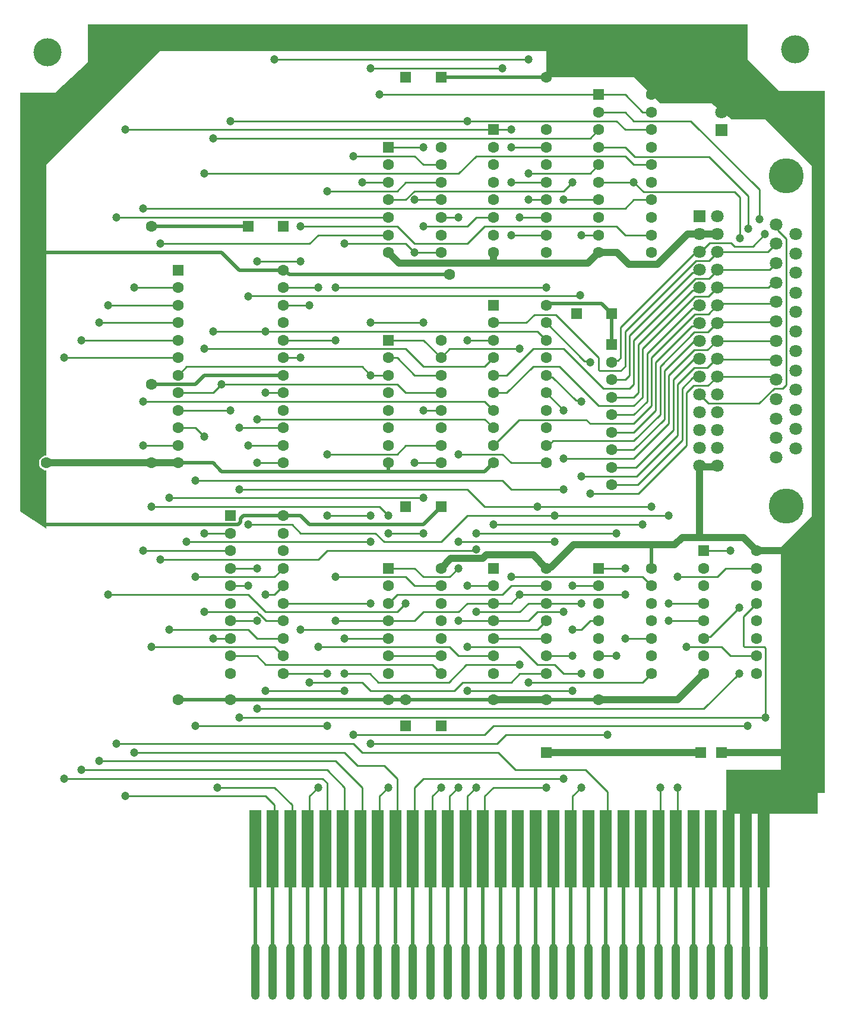
<source format=gtl>
G04*
G04 #@! TF.GenerationSoftware,Altium Limited,Altium Designer,23.6.0 (18)*
G04*
G04 Layer_Physical_Order=1*
G04 Layer_Color=255*
%FSLAX44Y44*%
%MOMM*%
G71*
G04*
G04 #@! TF.SameCoordinates,95C8D77B-5923-4534-9A55-EAB02A08894E*
G04*
G04*
G04 #@! TF.FilePolarity,Positive*
G04*
G01*
G75*
G04:AMPARAMS|DCode=24|XSize=1.2mm|YSize=8mm|CornerRadius=0.6mm|HoleSize=0mm|Usage=FLASHONLY|Rotation=0.000|XOffset=0mm|YOffset=0mm|HoleType=Round|Shape=RoundedRectangle|*
%AMROUNDEDRECTD24*
21,1,1.2000,6.8000,0,0,0.0*
21,1,0.0000,8.0000,0,0,0.0*
1,1,1.2000,0.0000,-3.4000*
1,1,1.2000,0.0000,-3.4000*
1,1,1.2000,0.0000,3.4000*
1,1,1.2000,0.0000,3.4000*
%
%ADD24ROUNDEDRECTD24*%
%ADD25R,1.7000X11.0000*%
%ADD26C,1.0000*%
%ADD27C,0.2500*%
%ADD28C,0.5500*%
%ADD29C,1.0000*%
%ADD30C,0.5001*%
%ADD31C,0.5000*%
%ADD32R,13.1250X6.2500*%
%ADD33R,1.6000X1.6000*%
%ADD34C,5.0000*%
%ADD35C,1.8000*%
%ADD36C,1.6000*%
%ADD37R,1.6000X1.6000*%
%ADD38R,1.8000X1.8000*%
%ADD39C,4.0000*%
%ADD40C,1.2000*%
%ADD41C,1.2000*%
G36*
X1800000Y1575000D02*
X2612500D01*
Y1525000D01*
X2657500Y1480000D01*
X2722500D01*
Y480000D01*
X2660000D01*
Y830000D01*
X2703750Y873750D01*
Y1373750D01*
X2637500Y1440000D01*
X2589333D01*
X2560833Y1462500D01*
X2487500D01*
X2450000Y1500000D01*
X2325000D01*
Y1537500D01*
X1787500D01*
Y1537500D01*
X1775000D01*
X1612500Y1375000D01*
Y960631D01*
X1609749Y960269D01*
X1607184Y959207D01*
X1604983Y957517D01*
X1603293Y955315D01*
X1602231Y952751D01*
X1601869Y950000D01*
X1602231Y947249D01*
X1603293Y944685D01*
X1604983Y942483D01*
X1607184Y940793D01*
X1609749Y939731D01*
X1612500Y939369D01*
Y856250D01*
X1575000Y881250D01*
Y1478000D01*
X1624667Y1478000D01*
X1672000Y1520600D01*
Y1575000D01*
X1800000D01*
Y1575000D01*
D02*
G37*
D24*
X2585000Y225000D02*
D03*
X2610001D02*
D03*
X2559999D02*
D03*
X2485000D02*
D03*
X2509999D02*
D03*
X2535000D02*
D03*
X2635000D02*
D03*
X2435000D02*
D03*
X2309999D02*
D03*
X2185001D02*
D03*
X2210000D02*
D03*
X2235001D02*
D03*
X2260000D02*
D03*
X2285001D02*
D03*
X2335001D02*
D03*
X2359999D02*
D03*
X2385000D02*
D03*
X2409999D02*
D03*
X2459999D02*
D03*
X2135001D02*
D03*
X1910000D02*
D03*
X1934999D02*
D03*
X1960000D02*
D03*
X1985001D02*
D03*
X2010000D02*
D03*
X2035001D02*
D03*
X2060000D02*
D03*
X2085001D02*
D03*
X2110000D02*
D03*
X2160000D02*
D03*
D25*
X2635000Y400000D02*
D03*
X2610001D02*
D03*
X2585000D02*
D03*
X2559999D02*
D03*
X2535000D02*
D03*
X2509999D02*
D03*
X2485000D02*
D03*
X2459999D02*
D03*
X2435000D02*
D03*
X2409999D02*
D03*
X2385000D02*
D03*
X2359999D02*
D03*
X2335001D02*
D03*
X2309999D02*
D03*
X2285001D02*
D03*
X2260000D02*
D03*
X2235001D02*
D03*
X2210000D02*
D03*
X2185001D02*
D03*
X2160000D02*
D03*
X2135001D02*
D03*
X2110000D02*
D03*
X2085001D02*
D03*
X2060000D02*
D03*
X2035001D02*
D03*
X2010000D02*
D03*
X1985001D02*
D03*
X1960000D02*
D03*
X1934999D02*
D03*
X1910000D02*
D03*
D26*
X2325000Y537500D02*
X2545000D01*
X2526600Y1276600D02*
X2568685D01*
X2543750Y944400D02*
X2568685D01*
X2518750Y843750D02*
X2543750D01*
Y944400D01*
Y843750D02*
X2606250D01*
X2426069Y1250000D02*
X2442574Y1233495D01*
X2483495D02*
X2526600Y1276600D01*
X2442574Y1233495D02*
X2483495D01*
X2400000Y1250000D02*
X2426069D01*
X2625000Y825000D02*
X2668750D01*
X2606250Y843750D02*
X2625000Y825000D01*
X2512500Y612500D02*
X2550000Y650000D01*
X2400000Y612500D02*
X2512500D01*
X2384547Y1234547D02*
X2400000Y1250000D01*
X2115453Y1234547D02*
X2384547D01*
X2100000Y1250000D02*
X2115453Y1234547D01*
X2250000Y612500D02*
X2325000D01*
X1612500Y950000D02*
X1762500D01*
X1800000D01*
X2364416Y833166D02*
X2508166D01*
X2325000Y800000D02*
X2326148Y801148D01*
X2332398D01*
X2364416Y833166D01*
X2234682Y813658D02*
X2239774Y818750D01*
X2306250D01*
X2325000Y800000D01*
X2188658Y813658D02*
X2234682D01*
X2175000Y800000D02*
X2188658Y813658D01*
X2508166Y833166D02*
X2518750Y843750D01*
X2625000Y537500D02*
X2662500D01*
X2575000Y537500D02*
X2625000D01*
X2250000Y1237500D02*
Y1250000D01*
D27*
X2418750Y918750D02*
X2455334D01*
X2518750Y982166D02*
Y1056250D01*
X2455334Y918750D02*
X2518750Y982166D01*
X2375000Y931250D02*
X2454221D01*
X2512500Y989529D01*
Y1062500D01*
X2452729Y943750D02*
X2506250Y997271D01*
X2418750Y943750D02*
X2452729D01*
X2506250Y997271D02*
Y1068750D01*
X2550000Y825000D02*
X2587500D01*
X2558833Y702583D02*
X2600000Y743750D01*
X2606250Y688964D02*
Y731250D01*
X2625000Y750000D01*
X2250000Y1050000D02*
X2268750D01*
X2306250Y1087500D01*
X2286462Y1011462D02*
X2382288D01*
X2387500Y1006250D01*
X2325000Y1075000D02*
X2327583Y1072417D01*
X2333833D01*
X2367233Y1039017D01*
X2373483D01*
X2375000Y1037500D01*
X2667589Y1061339D02*
Y1269911D01*
X2655816Y1281684D02*
Y1287234D01*
Y1281684D02*
X2667589Y1269911D01*
X2652850Y1290200D02*
X2655816Y1287234D01*
X2531250Y1437500D02*
X2628997Y1339753D01*
Y1297449D02*
Y1339753D01*
X2535250Y1060250D02*
X2555890D01*
X2569040Y1073400D02*
X2643856D01*
X2555890Y1060250D02*
X2569040Y1073400D01*
X2537250Y1187250D02*
X2556000D01*
X2569150Y1200400D02*
X2641956D01*
X2556000Y1187250D02*
X2569150Y1200400D01*
X2643464Y1225445D02*
X2652819Y1234800D01*
X2568416Y1225445D02*
X2643464D01*
X2556917Y1213167D02*
X2568806Y1225056D01*
X2572360Y1228610D01*
X2538167Y1213167D02*
X2556917D01*
X2641195Y1250845D02*
X2652850Y1262500D01*
X2568685Y1250845D02*
X2641195D01*
X2557162Y1238412D02*
X2569140Y1250390D01*
X2538412Y1238412D02*
X2557162D01*
X2487500Y1018750D02*
Y1087615D01*
X2555710Y1136270D02*
X2570090Y1150650D01*
X2536155Y1136270D02*
X2555710D01*
X2487500Y1087615D02*
X2536155Y1136270D01*
X2534700Y1122200D02*
X2543285D01*
X2534300Y1096800D02*
X2543285D01*
X2535970Y1110970D02*
X2554720D01*
X2567850Y1124100D02*
X2652750D01*
X2554720Y1110970D02*
X2567850Y1124100D01*
X2500000Y1075000D02*
X2535970Y1110970D01*
X2535934Y1085934D02*
X2554684D01*
X2566300Y1097550D01*
X2651600D01*
X2533900Y1071400D02*
X2543285D01*
X2525000Y687500D02*
X2575000D01*
X2543285Y1047645D02*
X2556080Y1034850D01*
X2539049Y1195809D02*
X2543285Y1200045D01*
X2556059Y1162309D02*
X2570950Y1177200D01*
X2537309Y1162309D02*
X2556059D01*
X2570950Y1177200D02*
X2650650D01*
X2570090Y1150650D02*
X2651800D01*
X2539249Y1170609D02*
X2543285Y1174645D01*
X2558000Y1263450D02*
X2588515D01*
X2543750Y1249200D02*
X2558000Y1263450D01*
X2543285Y1249200D02*
X2543750D01*
X2540225D02*
X2543285D01*
X2536700D02*
X2540225D01*
X2538849Y1221009D02*
X2543285Y1225445D01*
X2525000Y975000D02*
Y1050000D01*
X2535250Y1060250D01*
X2518750Y1056250D02*
X2533900Y1071400D01*
X2512500Y1062500D02*
X2535934Y1085934D01*
X2506250Y1068750D02*
X2534300Y1096800D01*
X2500000Y1006250D02*
Y1075000D01*
X2493750Y1012500D02*
Y1081250D01*
X2534700Y1122200D01*
X2481250Y1093750D02*
X2532909Y1145409D01*
X2539449D01*
X2481250Y1025000D02*
Y1093750D01*
X2475000Y1031250D02*
Y1100000D01*
X2537309Y1162309D01*
X2468750Y1106250D02*
X2533109Y1170609D01*
X2468750Y1037500D02*
Y1106250D01*
X2533109Y1170609D02*
X2539249D01*
X2462500Y1043750D02*
Y1112500D01*
X2537250Y1187250D01*
X2456250Y1050000D02*
Y1118750D01*
X2533309Y1195809D02*
X2539049D01*
X2456250Y1118750D02*
X2533309Y1195809D01*
X2450000Y1062500D02*
Y1125000D01*
X2538167Y1213167D01*
X2443750Y1075000D02*
Y1131250D01*
X2533509Y1221009D01*
X2538849D01*
X2456250Y906250D02*
X2525000Y975000D01*
X2450000Y956250D02*
X2500000Y1006250D01*
X2450000Y968750D02*
X2493750Y1012500D01*
X2450000Y981250D02*
X2487500Y1018750D01*
X2450000Y993750D02*
X2481250Y1025000D01*
X2450000Y1006250D02*
X2475000Y1031250D01*
X2450000Y1018750D02*
X2468750Y1037500D01*
X2450000Y1031250D02*
X2462500Y1043750D01*
X2450000D02*
X2456250Y1050000D01*
X2443750Y1056250D02*
X2450000Y1062500D01*
X2437500Y1068750D02*
X2443750Y1075000D01*
X2437500Y1087500D02*
Y1137500D01*
X2538412Y1238412D01*
X2431250Y1081250D02*
X2437500Y1087500D01*
X2427583Y1096333D02*
X2431250Y1100000D01*
Y1143750D02*
X2536700Y1249200D01*
X2431250Y1100000D02*
Y1143750D01*
X1900808Y1188308D02*
X2372576D01*
X1900000Y1187500D02*
X1900808Y1188308D01*
X2372576D02*
X2373384Y1189116D01*
X2385983Y1095267D02*
X2387500Y1093750D01*
X2379733Y1095267D02*
X2385983D01*
X2387500Y906250D02*
X2456250D01*
X2325000Y1050000D02*
X2350000Y1025000D01*
X2308077Y1161464D02*
X2338535D01*
X2400000Y1082714D02*
Y1100000D01*
X2338535Y1161464D02*
X2400000Y1100000D01*
X2325000Y1150000D02*
X2379733Y1095267D01*
X2593381Y1258584D02*
X2619472D01*
X2636956Y1276068D01*
X2613527Y1284193D02*
Y1330223D01*
X2557500Y1386250D02*
X2613527Y1330223D01*
X2601206Y1270458D02*
Y1329018D01*
X2593974Y1336250D02*
X2601206Y1329018D01*
X2588515Y1263450D02*
X2593381Y1258584D01*
X2648656Y1068600D02*
X2652850D01*
X2643856Y1073400D02*
X2648656Y1068600D01*
X2651600Y1097550D02*
X2652850Y1096300D01*
X2556080Y1034850D02*
X2628600D01*
X2650000Y1056250D01*
X2662500D01*
X2667589Y1061339D01*
X2652750Y1124100D02*
X2652850Y1124000D01*
X2651800Y1150650D02*
X2652850Y1151700D01*
X2650650Y1177200D02*
X2652850Y1179400D01*
X2641956Y1200400D02*
X2648656Y1207100D01*
X2652850D01*
X2652819Y1234800D02*
X2652850D01*
X2387500Y1006250D02*
X2450000D01*
X2350000Y956250D02*
X2450000D01*
X2418750Y993750D02*
X2450000D01*
X2334903Y981250D02*
X2450000D01*
X2418750Y968750D02*
X2450000D01*
X2328653Y975000D02*
X2334903Y981250D01*
X2325000Y975000D02*
X2328653D01*
X2250000D02*
X2286462Y1011462D01*
X2418750Y1018750D02*
X2450000D01*
X2418750Y1043750D02*
X2450000D01*
X2400000Y1031250D02*
X2450000D01*
X2418750Y1068750D02*
X2437500D01*
X2306250Y1087500D02*
X2343750D01*
X2400000Y1031250D01*
X2250000Y1075000D02*
X2268750D01*
X2306250Y1112500D01*
X2350000D01*
X2406250Y1056250D01*
X2443750D01*
X2250000Y1150000D02*
X2296612D01*
X2308077Y1161464D01*
X2401465Y1081250D02*
X2431250D01*
X2400000Y1082714D02*
X2401465Y1081250D01*
X2421333Y1096333D02*
X2427583D01*
X2418750Y1093750D02*
X2421333Y1096333D01*
X2607715Y687500D02*
X2636035D01*
X2606250Y688964D02*
X2607715Y687500D01*
X2637500Y587500D02*
Y686036D01*
X2636035Y687500D02*
X2637500Y686036D01*
X2587500Y675000D02*
X2625000D01*
X2575000Y687500D02*
X2587500Y675000D01*
X2500000Y750000D02*
X2550000D01*
Y700000D02*
X2552583Y702583D01*
X2558833D01*
X2450000Y1437500D02*
X2531250D01*
X2451250Y1386250D02*
X2557500D01*
X2200000Y962500D02*
X2262500D01*
X2275000Y950000D02*
X2325000D01*
X2262500Y962500D02*
X2275000Y950000D01*
X2237500Y887500D02*
X2312500D01*
X2475000D01*
X2337500Y875000D02*
X2500000D01*
X2212500D02*
X2337500D01*
X2463750Y1336250D02*
X2593974D01*
X2450000Y1350000D02*
X2463750Y1336250D01*
X2437500Y1400000D02*
X2451250Y1386250D01*
X2625000Y700000D02*
X2627583Y702583D01*
X1850000Y700000D02*
X1875000D01*
X1856250Y487500D02*
X1856250Y487500D01*
X1937500D01*
X1725000Y475000D02*
X1925000D01*
X1937500Y462500D01*
X2525000Y600000D02*
X2550000D01*
X2600000Y650000D01*
X1912500Y600000D02*
X2525000D01*
X2525000Y600000D01*
X2412500Y562500D02*
X2412500Y562500D01*
X2267285Y562500D02*
X2412500D01*
X2300000Y637500D02*
X2462500D01*
X2475000Y650000D01*
X2193750Y625000D02*
X2206250Y637500D01*
X2212500Y625000D02*
X2362500D01*
X2062500Y637500D02*
X2075000Y625000D01*
X2193750D01*
X2262500Y925000D02*
X2275000Y912500D01*
X1825000Y925000D02*
X2262500D01*
X2025000Y1200000D02*
X2325000D01*
X2137500Y1325000D02*
X2137500Y1325000D01*
X2175000D01*
X2362500Y775000D02*
X2400000D01*
X2312500Y737500D02*
X2350000D01*
X2200000Y837500D02*
X2337500D01*
X2350000Y1325000D02*
X2400000D01*
X2362500Y712500D02*
X2375000D01*
X2300000Y725000D02*
X2312500Y737500D01*
X2206250Y637500D02*
X2275000D01*
X2086035Y637500D02*
X2186035D01*
X2211035Y662500D01*
X2287500D01*
X2112499Y400000D02*
Y500001D01*
X2056250Y518750D02*
X2093750D01*
X2112499Y500001D01*
X2037500Y537500D02*
X2056250Y518750D01*
X2000000Y812500D02*
X2012500Y825000D01*
X2223342D01*
X1775000Y1262500D02*
X1987500D01*
X2000000Y1275000D02*
X2100000D01*
X1987500Y1262500D02*
X2000000Y1275000D01*
X2225000Y1387500D02*
X2437500D01*
X2200000Y1362500D02*
X2225000Y1387500D01*
X1837500Y1362500D02*
X2200000D01*
X2212500Y1287500D02*
X2225000Y1300000D01*
X2250000D01*
X2150000Y1287500D02*
X2212500D01*
X1887500Y912500D02*
X2212500D01*
X2237500Y887500D01*
X2275000Y912500D02*
X2350000D01*
X2081250Y850000D02*
X2093750Y837500D01*
X2175000D01*
X1975000Y850000D02*
X2081250D01*
X2187500Y787500D02*
X2200000Y800000D01*
X2150000Y787500D02*
X2187500D01*
X2200000Y737500D02*
X2212500Y750000D01*
X2250000D01*
X2387500Y725000D02*
X2400000D01*
X2375000Y712500D02*
X2387500Y725000D01*
X2337500Y662500D02*
X2350000Y650000D01*
X2312500Y662500D02*
X2337500D01*
X2087500Y475000D02*
X2100000Y487500D01*
X2087500Y450000D02*
Y475000D01*
X1962500Y450000D02*
Y462500D01*
X1937500Y487500D02*
X1962500Y462500D01*
X1937500Y450000D02*
Y462500D01*
X1712500Y550000D02*
X2050000D01*
X2062500Y537500D01*
X2256250D01*
X1737500D02*
X2037500D01*
X1687500Y525000D02*
X2025000D01*
X2062500Y487500D01*
Y450000D02*
Y487500D01*
X1662500Y512500D02*
X2012500D01*
X2037500Y487500D01*
Y450000D02*
Y487500D01*
X1987500Y450000D02*
Y475000D01*
X2000000Y487500D01*
X1637500Y500000D02*
X2006250D01*
X2012500Y450000D02*
Y493750D01*
X2006250Y500000D02*
X2012500Y493750D01*
X2281250Y512500D02*
X2381250D01*
X2412500Y450000D02*
Y481250D01*
X2381250Y512500D02*
X2412500Y481250D01*
X2362500Y475000D02*
X2375000Y487500D01*
X2362500Y437500D02*
Y475000D01*
X2237500Y450000D02*
Y475000D01*
X2250000Y487500D01*
X2325000D01*
X2162500Y450000D02*
Y475000D01*
X2175000Y487500D01*
X2187500Y450000D02*
Y475000D01*
X2200000Y487500D01*
X2212500Y475000D02*
X2225000Y487500D01*
X2212500Y450000D02*
Y475000D01*
X2150000Y500000D02*
X2350000D01*
X2137500Y450000D02*
Y487500D01*
X2150000Y500000D01*
X2256250Y537500D02*
X2281250Y512500D01*
X2250000Y575000D02*
X2612500D01*
X2237500Y562500D02*
X2250000Y575000D01*
X2050000Y562500D02*
X2237500D01*
X2254785Y550000D02*
X2267285Y562500D01*
X2075000Y550000D02*
X2254785D01*
X1987500Y637500D02*
X2062500D01*
X2073535Y650000D02*
X2086035Y637500D01*
X2037500Y650000D02*
X2073535D01*
X1837500Y850000D02*
X1875000D01*
X1900000Y862500D02*
X1962500D01*
X1975000Y850000D01*
X2175000Y837500D02*
X2212500Y875000D01*
X1762500Y887500D02*
X2087500D01*
X2100000Y875000D01*
X1812500Y1087500D02*
X2062500D01*
X2075000Y1075000D01*
X2223342Y825000D02*
X2225000Y826658D01*
X1775000Y812500D02*
X2000000D01*
X2200000Y725000D02*
X2250000D01*
X2300000D01*
X2175000Y1300000D02*
X2200000D01*
X2100000Y850000D02*
X2150000D01*
X1950000Y1100000D02*
X1975000D01*
X1975000Y1100000D01*
X2150000Y1025000D02*
X2175000D01*
X2437500Y1425000D02*
X2475000D01*
X2212500Y1437500D02*
X2425000D01*
X2437500Y1425000D01*
X2450000Y1375000D02*
X2475000D01*
X2437500Y1387500D02*
X2450000Y1375000D01*
X2400000Y1400000D02*
X2437500D01*
X2437500Y1400000D01*
X2450000Y1325000D02*
X2475000D01*
X2437500Y1312500D02*
X2450000Y1325000D01*
X1750000Y1312500D02*
X2437500D01*
X2425000Y1287500D02*
X2437500Y1275000D01*
X2237500Y1287500D02*
X2425000D01*
X2437500Y1275000D02*
X2475000D01*
X2137500Y950000D02*
X2175000D01*
X2125000Y975000D02*
X2175000D01*
X2112500Y962500D02*
X2125000Y975000D01*
Y1050000D02*
X2175000D01*
X1862500Y1062500D02*
X2112500D01*
X2125000Y1050000D01*
X2137500Y1075000D02*
X2175000D01*
X2100000Y1100000D02*
X2112500D01*
X2137500Y1075000D01*
X2150000Y1087500D02*
X2237500D01*
X2125000Y1112500D02*
X2150000Y1087500D01*
X1837500Y1112500D02*
X2125000D01*
X2100000Y1125000D02*
X2150000D01*
X2175000Y1100000D01*
X1925000Y1137500D02*
X2312500D01*
X2187500Y1112500D02*
X2287500D01*
X2312500Y1137500D02*
X2325000Y1125000D01*
X2275000Y1275000D02*
X2325000D01*
X2275000Y1275000D02*
X2275000Y1275000D01*
X2287500Y1300000D02*
X2325000D01*
X2287500Y1300000D02*
X2287500Y1300000D01*
X2300000Y1325000D02*
X2325000D01*
X2300000Y1325000D02*
X2300000Y1325000D01*
X2136919Y1337500D02*
X2350000D01*
X2300000Y1362500D02*
X2387500D01*
X2275000Y1350000D02*
X2325000D01*
X2275000Y1350000D02*
X2275000Y1350000D01*
X1850000Y1412500D02*
X2387500D01*
X2250000Y1425000D02*
X2250000Y1425000D01*
X2275000D01*
X2275000Y1400000D02*
X2325000D01*
X2275000Y1400000D02*
X2275000Y1400000D01*
X2100000D02*
X2100000Y1400000D01*
X2150000D01*
Y1375000D02*
X2175000D01*
X2050000Y1387500D02*
X2137500D01*
X2150000Y1375000D01*
X2100000Y1325000D02*
X2124419D01*
X2136919Y1337500D01*
X2125000Y1350000D02*
X2175000D01*
X2012500Y1337500D02*
X2112500D01*
X2125000Y1350000D01*
X2112500Y1287500D02*
X2137500Y1262500D01*
X1975000Y1287500D02*
X2112500D01*
X2137500Y1262500D02*
X2212500D01*
X2137500Y1250000D02*
X2175000D01*
X2137500Y1250000D02*
X2137500Y1250000D01*
X2125000Y1262500D02*
X2137500Y1250000D01*
X2037500Y1262500D02*
X2125000D01*
X1925000Y1050000D02*
X1950000D01*
X1925000Y1050000D02*
X1925000Y1050000D01*
X1850000Y1137500D02*
X1925000D01*
X1800000Y1075000D02*
X1812500Y1087500D01*
X1800000Y1050000D02*
X1850000D01*
X1862500Y1062500D01*
X1800000Y1025000D02*
X1875000D01*
X1875000Y1025000D01*
X1800000Y1000000D02*
X1825000D01*
X1837500Y987500D01*
X1887500Y1000000D02*
X1950000D01*
X1887500Y1000000D02*
X1887500Y1000000D01*
X1900000Y975000D02*
X1950000D01*
X1900000Y975000D02*
X1900000Y975000D01*
X1912500Y950000D02*
X1950000D01*
X1912500Y950000D02*
X1912500Y950000D01*
X1875000Y800000D02*
X1912500D01*
X1937500Y787500D02*
X1950000Y800000D01*
X1825000Y787500D02*
X1937500D01*
X1875000Y775000D02*
X1900000D01*
X1937500Y762500D02*
X1950000Y775000D01*
X1925000Y762500D02*
X1937500D01*
X1925000Y737500D02*
X2112500D01*
X1900000Y762500D02*
X1925000Y737500D01*
X1925581Y725000D02*
X1950000D01*
X1916331Y734250D02*
X1925581Y725000D01*
X1912500Y737500D02*
X1915750Y734250D01*
X1916331D01*
X1875000Y725000D02*
X1912500D01*
X1912500Y700000D02*
X1950000D01*
X1900000Y712500D02*
X1912500Y700000D01*
X1937500Y687500D02*
X1950000Y675000D01*
X1875000D02*
X1912500D01*
X1925000Y662500D01*
X2137500Y775000D02*
X2175000D01*
X2025000Y787500D02*
X2125000D01*
X2137500Y775000D01*
X2100000Y750000D02*
X2112500Y762500D01*
Y737500D02*
X2125000Y750000D01*
X2100000Y725000D02*
X2137500D01*
X2150000Y737500D01*
X2100000Y675000D02*
X2175000D01*
X2162500Y662500D02*
X2175000Y650000D01*
X1925000Y662500D02*
X2162500D01*
X2287500Y762500D02*
X2437500D01*
X2250000Y750000D02*
X2275000D01*
X2287500Y762500D01*
X2300000Y750000D02*
X2325000D01*
X2225000Y737500D02*
X2287500D01*
X2300000Y750000D01*
X2312500Y712500D02*
X2325000Y725000D01*
X2250000Y700000D02*
X2325000D01*
X2287500Y687500D02*
X2312500Y662500D01*
X2287500Y650000D02*
X2325000D01*
X2275000Y637500D02*
X2287500Y650000D01*
X2400000Y675000D02*
X2425000D01*
X2437500Y700000D02*
X2475000D01*
X2400000Y800000D02*
X2437500D01*
X2462500Y787500D02*
X2475000Y775000D01*
X2568750Y787500D02*
X2581250Y800000D01*
X2625000D01*
X2100000D02*
X2137500D01*
X2150000Y787500D01*
X2275000Y775000D02*
X2325000D01*
X2112500Y762500D02*
X2262500D01*
X2275000Y775000D01*
X2400000Y1350000D02*
X2450000D01*
X2450000Y1350000D01*
X2437500Y1450000D02*
X2450000Y1437500D01*
X2400000Y1450000D02*
X2437500D01*
X2462500D02*
X2475000D01*
X2400000Y1475000D02*
X2437500D01*
X2462500Y1450000D01*
X1937500Y1525000D02*
X2300000D01*
X2075000Y1512500D02*
X2262500D01*
X2087500Y1475000D02*
X2400000D01*
X2375000Y1275000D02*
X2400000D01*
X1875000Y1437500D02*
X2212500D01*
X1725000Y1425000D02*
X2250000D01*
X2062500Y1350000D02*
X2100000D01*
X1712500Y1300000D02*
X2100000D01*
X1912500Y1237500D02*
X1975000D01*
X1737500Y1200000D02*
X1800000D01*
X1700000Y1175000D02*
X1800000D01*
X1687500Y1150000D02*
X1800000D01*
X1662500Y1125000D02*
X1800000D01*
X1637500Y1100000D02*
X1800000D01*
X1750000Y975000D02*
X1800000D01*
X2012500Y962500D02*
X2112500D01*
X2075000Y1075000D02*
X2100000D01*
X1950000Y1125000D02*
X2025000D01*
X2212500D02*
X2250000D01*
X2175000Y1100000D02*
X2187500Y1112500D01*
X2237500Y1087500D02*
X2250000Y1100000D01*
X2075000Y1150000D02*
X2150000D01*
X1950000Y1175000D02*
X1987500D01*
X1950000Y1200000D02*
X2000000D01*
X2237500Y1037500D02*
X2250000Y1025000D01*
X1750000Y1037500D02*
X2237500D01*
Y1012500D02*
X2250000Y1000000D01*
X1912500Y1012500D02*
X2237500D01*
X1787500Y900000D02*
X2150000D01*
X2012500Y875000D02*
X2075000D01*
X2250000Y862500D02*
X2462500D01*
X2225000Y850000D02*
X2425000D01*
X1812500Y837500D02*
X2075000D01*
X1950000Y750000D02*
X2075000D01*
X1837500Y737500D02*
X1912500D01*
X2025000Y725000D02*
X2100000D01*
X2037500Y700000D02*
X2100000D01*
X1950000Y650000D02*
X2012500D01*
X1825000Y575000D02*
X2012500D01*
X1887500Y587500D02*
X2637500D01*
X2487500Y450000D02*
Y487500D01*
X2512500Y450000D02*
Y487500D01*
X2000000Y687500D02*
X2187500D01*
X2200000Y675000D01*
X2250000D01*
X2212500Y687500D02*
X2287500D01*
X1975000Y712500D02*
X2312500D01*
X2150000Y737500D02*
X2200000D01*
X2212500Y775000D02*
X2250000D01*
X2275000Y787500D02*
X2462500D01*
X2325000Y750000D02*
X2375000D01*
X2325000Y675000D02*
X2362500D01*
X2350000Y650000D02*
X2375000D01*
X2500000Y725000D02*
X2550000D01*
X2512500Y787500D02*
X2568750D01*
X2212500Y1262500D02*
X2237500Y1287500D01*
X1750000Y825000D02*
X1875000D01*
X1700000Y762500D02*
X1900000D01*
X1787500Y712500D02*
X1900000D01*
X1762500Y687500D02*
X1937500D01*
X2350000Y1337500D02*
X2362500Y1350000D01*
X2387500Y1362500D02*
X2400000Y1375000D01*
X2387500Y1412500D02*
X2400000Y1425000D01*
X1925000Y625000D02*
X2037500D01*
D28*
X2404232Y1177018D02*
X2418750Y1162500D01*
X2325000Y1175000D02*
X2327009Y1177009D01*
X2333463D01*
X2333472Y1177018D01*
X2404232D01*
X2418750Y1118750D02*
Y1162500D01*
X1950000Y1225000D02*
X1952222D01*
X1887500D02*
X1950000D01*
X1958472Y1218750D02*
X2187500D01*
X1952222Y1225000D02*
X1958472Y1218750D01*
X2150000Y862500D02*
X2175000Y887500D01*
X1987500Y862500D02*
X2150000D01*
X1950000Y875000D02*
X1975000D01*
X1987500Y862500D01*
X1950000Y875000D02*
X1950000D01*
X1862500Y1250000D02*
X1887500Y1225000D01*
X2575000Y537500D02*
X2575000Y537500D01*
X2175000Y1500000D02*
X2325000D01*
X1587500Y1250000D02*
X1862500D01*
X2475000Y800000D02*
Y831250D01*
D29*
X2610001Y261002D02*
Y348301D01*
X2635000Y261002D02*
Y348301D01*
D30*
X2559999Y262001D02*
Y348301D01*
X2585000Y261002D02*
Y348301D01*
X2435000Y262001D02*
Y348301D01*
X2359999Y261002D02*
Y348301D01*
X2385000Y261002D02*
Y348301D01*
X2409999Y261002D02*
Y348301D01*
X2459999Y261002D02*
Y348301D01*
X2485000Y263001D02*
Y348301D01*
X2509999Y261002D02*
Y348301D01*
X2535000Y261002D02*
Y348301D01*
X2335001Y261002D02*
Y348301D01*
X2309999Y261002D02*
Y348301D01*
X2035001Y263001D02*
Y348301D01*
X2010000Y261002D02*
Y353301D01*
X1981460D02*
X1985001Y349760D01*
X2285001Y261002D02*
Y348301D01*
X2260000Y261002D02*
Y348301D01*
X2235001Y261002D02*
Y348301D01*
X2210000Y261002D02*
Y348301D01*
X2185001Y261002D02*
Y348301D01*
X2160000Y264002D02*
Y348301D01*
X2135001Y263001D02*
Y348301D01*
X2110000Y266001D02*
Y348301D01*
X2085001Y261002D02*
Y348301D01*
X2060000Y262001D02*
Y348301D01*
X1985001Y261002D02*
Y349760D01*
X1960000Y262001D02*
Y353301D01*
X1910000Y263001D02*
Y353301D01*
X1934999Y261002D02*
Y353301D01*
D31*
X1800000Y950000D02*
X1850000D01*
X1862500Y937500D02*
X2100000D01*
X1850000Y950000D02*
X1862500Y937500D01*
X1762500Y1287500D02*
X1900000D01*
X2100000Y937500D02*
Y950000D01*
X2325000Y612500D02*
X2400000D01*
X2237500Y937500D02*
X2250000Y950000D01*
X2100000Y937500D02*
X2237500D01*
X1608077Y862605D02*
X1865031D01*
X1865136Y862500D01*
X1888981Y865534D02*
Y870684D01*
X1885948Y862500D02*
X1888981Y865534D01*
X1865136Y862500D02*
X1885948D01*
X1888981Y870684D02*
X1893297Y875000D01*
X1950000D01*
Y1075000D02*
X1950000Y1075000D01*
X1837500Y1075000D02*
X1950000D01*
X1762500Y1062500D02*
X1825000D01*
X1837500Y1075000D01*
X1875000Y612500D02*
X2100000D01*
X1800000D02*
X1875000D01*
X2100000D02*
X2125000D01*
X2250000D01*
D32*
X2646875Y481250D02*
D03*
D33*
X2545000Y537500D02*
D03*
X2575000D02*
D03*
X2325000D02*
D03*
X2368750Y1162500D02*
D03*
X2418750D02*
D03*
X1900000Y1287500D02*
D03*
X1950000D02*
D03*
X2125000Y887500D02*
D03*
X2175000D02*
D03*
X2125000Y575000D02*
D03*
X2175000D02*
D03*
X2125000Y1500000D02*
D03*
X2175000D02*
D03*
D34*
X2667050Y888800D02*
D03*
Y1359200D02*
D03*
D35*
X2652850Y957800D02*
D03*
Y985500D02*
D03*
Y1013200D02*
D03*
Y1040900D02*
D03*
Y1068600D02*
D03*
Y1096300D02*
D03*
Y1124000D02*
D03*
Y1151700D02*
D03*
Y1179400D02*
D03*
Y1207100D02*
D03*
Y1234800D02*
D03*
Y1262500D02*
D03*
Y1290200D02*
D03*
X2681250Y1276300D02*
D03*
Y1248600D02*
D03*
Y1220900D02*
D03*
Y1192900D02*
D03*
Y1165200D02*
D03*
Y1137500D02*
D03*
Y1109500D02*
D03*
Y1081800D02*
D03*
Y1054100D02*
D03*
Y1026100D02*
D03*
Y998400D02*
D03*
Y970700D02*
D03*
X2568685Y1301645D02*
D03*
X2543285Y1276245D02*
D03*
X2568685D02*
D03*
X2543285Y1250845D02*
D03*
X2568685D02*
D03*
X2543285Y1225445D02*
D03*
X2568685D02*
D03*
X2543285Y1200045D02*
D03*
X2568685D02*
D03*
X2543285Y1174645D02*
D03*
X2568685D02*
D03*
X2543285Y1149245D02*
D03*
X2568685D02*
D03*
X2543285Y1123845D02*
D03*
X2568685D02*
D03*
X2543285Y1098445D02*
D03*
X2568685D02*
D03*
X2543285Y1073045D02*
D03*
X2568685D02*
D03*
X2543285Y1047645D02*
D03*
Y1022245D02*
D03*
Y996845D02*
D03*
Y971445D02*
D03*
Y946045D02*
D03*
X2568685Y1047645D02*
D03*
Y1022245D02*
D03*
Y996845D02*
D03*
Y971445D02*
D03*
Y946045D02*
D03*
X2575000Y1450000D02*
D03*
D36*
X2418750Y918750D02*
D03*
Y943750D02*
D03*
Y968750D02*
D03*
Y993750D02*
D03*
Y1018750D02*
D03*
Y1068750D02*
D03*
Y1043750D02*
D03*
Y1093750D02*
D03*
X2550000Y800000D02*
D03*
Y750000D02*
D03*
Y775000D02*
D03*
Y725000D02*
D03*
Y700000D02*
D03*
Y675000D02*
D03*
Y650000D02*
D03*
X2625000D02*
D03*
Y675000D02*
D03*
Y700000D02*
D03*
Y725000D02*
D03*
Y775000D02*
D03*
Y750000D02*
D03*
Y800000D02*
D03*
Y825000D02*
D03*
X1950000Y775000D02*
D03*
Y750000D02*
D03*
Y700000D02*
D03*
Y725000D02*
D03*
Y675000D02*
D03*
X1875000Y650000D02*
D03*
Y675000D02*
D03*
Y700000D02*
D03*
Y725000D02*
D03*
Y750000D02*
D03*
Y775000D02*
D03*
Y825000D02*
D03*
Y800000D02*
D03*
Y850000D02*
D03*
X1950000Y825000D02*
D03*
Y800000D02*
D03*
Y850000D02*
D03*
Y875000D02*
D03*
Y650000D02*
D03*
X2250000Y775000D02*
D03*
Y725000D02*
D03*
Y750000D02*
D03*
Y700000D02*
D03*
Y675000D02*
D03*
Y650000D02*
D03*
X2325000D02*
D03*
Y675000D02*
D03*
Y700000D02*
D03*
Y725000D02*
D03*
Y750000D02*
D03*
Y800000D02*
D03*
Y775000D02*
D03*
X2100000D02*
D03*
Y725000D02*
D03*
Y750000D02*
D03*
Y700000D02*
D03*
Y675000D02*
D03*
Y650000D02*
D03*
X2175000D02*
D03*
Y675000D02*
D03*
Y700000D02*
D03*
Y725000D02*
D03*
Y750000D02*
D03*
Y800000D02*
D03*
Y775000D02*
D03*
X2400000D02*
D03*
Y725000D02*
D03*
Y750000D02*
D03*
Y700000D02*
D03*
Y675000D02*
D03*
Y650000D02*
D03*
X2475000D02*
D03*
Y675000D02*
D03*
Y700000D02*
D03*
Y725000D02*
D03*
Y750000D02*
D03*
Y800000D02*
D03*
Y775000D02*
D03*
X2325000Y1175000D02*
D03*
Y1150000D02*
D03*
Y1125000D02*
D03*
Y1100000D02*
D03*
X2250000Y1150000D02*
D03*
Y1100000D02*
D03*
Y1125000D02*
D03*
Y1075000D02*
D03*
Y1050000D02*
D03*
Y1025000D02*
D03*
Y1000000D02*
D03*
Y975000D02*
D03*
Y950000D02*
D03*
X2325000D02*
D03*
Y975000D02*
D03*
Y1025000D02*
D03*
Y1000000D02*
D03*
Y1050000D02*
D03*
Y1075000D02*
D03*
X2100000Y1100000D02*
D03*
Y1050000D02*
D03*
Y1075000D02*
D03*
Y1025000D02*
D03*
Y1000000D02*
D03*
Y975000D02*
D03*
Y950000D02*
D03*
X2175000D02*
D03*
Y975000D02*
D03*
Y1000000D02*
D03*
Y1025000D02*
D03*
Y1075000D02*
D03*
Y1050000D02*
D03*
Y1100000D02*
D03*
Y1125000D02*
D03*
X2475000Y1475000D02*
D03*
Y1450000D02*
D03*
Y1425000D02*
D03*
Y1400000D02*
D03*
X2400000Y1450000D02*
D03*
Y1400000D02*
D03*
Y1425000D02*
D03*
Y1375000D02*
D03*
Y1350000D02*
D03*
Y1325000D02*
D03*
Y1300000D02*
D03*
Y1275000D02*
D03*
Y1250000D02*
D03*
X2475000D02*
D03*
Y1275000D02*
D03*
Y1325000D02*
D03*
Y1300000D02*
D03*
Y1350000D02*
D03*
Y1375000D02*
D03*
X2250000Y1400000D02*
D03*
Y1350000D02*
D03*
Y1375000D02*
D03*
Y1325000D02*
D03*
Y1300000D02*
D03*
Y1275000D02*
D03*
Y1250000D02*
D03*
X2325000D02*
D03*
Y1275000D02*
D03*
Y1300000D02*
D03*
Y1325000D02*
D03*
Y1375000D02*
D03*
Y1350000D02*
D03*
Y1400000D02*
D03*
Y1425000D02*
D03*
X2100000Y1375000D02*
D03*
Y1325000D02*
D03*
Y1350000D02*
D03*
Y1300000D02*
D03*
Y1275000D02*
D03*
Y1250000D02*
D03*
X2175000D02*
D03*
Y1275000D02*
D03*
Y1300000D02*
D03*
Y1325000D02*
D03*
Y1350000D02*
D03*
Y1400000D02*
D03*
Y1375000D02*
D03*
X1950000Y1025000D02*
D03*
Y1000000D02*
D03*
Y950000D02*
D03*
Y975000D02*
D03*
X1800000Y950000D02*
D03*
Y975000D02*
D03*
Y1000000D02*
D03*
Y1025000D02*
D03*
Y1050000D02*
D03*
Y1075000D02*
D03*
Y1100000D02*
D03*
Y1125000D02*
D03*
Y1175000D02*
D03*
Y1150000D02*
D03*
Y1200000D02*
D03*
X1950000Y1075000D02*
D03*
Y1050000D02*
D03*
Y1100000D02*
D03*
Y1125000D02*
D03*
Y1175000D02*
D03*
Y1150000D02*
D03*
Y1200000D02*
D03*
Y1225000D02*
D03*
X2325000Y612500D02*
D03*
X2125000D02*
D03*
X2100000D02*
D03*
X2250000D02*
D03*
X1762500Y1287500D02*
D03*
X2187500Y1218750D02*
D03*
X1612500Y950000D02*
D03*
X1762500D02*
D03*
X2325000Y1500000D02*
D03*
X2400000Y612500D02*
D03*
X1800000D02*
D03*
X1875000D02*
D03*
X1762500Y1062500D02*
D03*
D37*
X2418750Y1118750D02*
D03*
X2550000Y825000D02*
D03*
X1875000Y875000D02*
D03*
X2250000Y800000D02*
D03*
X2100000D02*
D03*
X2400000D02*
D03*
X2250000Y1175000D02*
D03*
X2100000Y1125000D02*
D03*
X2400000Y1475000D02*
D03*
X2250000Y1425000D02*
D03*
X2100000Y1400000D02*
D03*
X1800000Y1225000D02*
D03*
D38*
X2543285Y1301645D02*
D03*
X2575000Y1424600D02*
D03*
D39*
X1614000Y1535000D02*
D03*
X2680000Y1540000D02*
D03*
D40*
X2587500Y825000D02*
D03*
X2525000Y687500D02*
D03*
X2373384Y1189116D02*
D03*
X2500000Y750000D02*
D03*
X2475000Y887500D02*
D03*
X2500000Y875000D02*
D03*
X1850000Y700000D02*
D03*
X1856250Y487500D02*
D03*
X2600000Y650000D02*
D03*
X1825000Y925000D02*
D03*
X2325000Y1200000D02*
D03*
X2025000D02*
D03*
X2137500Y1325000D02*
D03*
X2362500Y775000D02*
D03*
X2350000Y737500D02*
D03*
X2337500Y837500D02*
D03*
X2137500Y1250000D02*
D03*
X2350000Y1325000D02*
D03*
X2362500Y712500D02*
D03*
X1837500Y850000D02*
D03*
X2225000Y826658D02*
D03*
X2200000Y725000D02*
D03*
Y962500D02*
D03*
Y1300000D02*
D03*
X2425000Y850000D02*
D03*
X1762500Y687500D02*
D03*
X2437500Y800000D02*
D03*
Y762500D02*
D03*
X2225000Y850000D02*
D03*
X2200000Y837500D02*
D03*
Y800000D02*
D03*
X2212500Y775000D02*
D03*
X2225000Y737500D02*
D03*
X2125000Y750000D02*
D03*
X2150000Y900000D02*
D03*
Y850000D02*
D03*
X2137500Y950000D02*
D03*
X2150000Y1025000D02*
D03*
X2212500Y1125000D02*
D03*
X2150000Y1150000D02*
D03*
Y1287500D02*
D03*
X1937500Y1525000D02*
D03*
X2075000Y1512500D02*
D03*
X2087500Y1475000D02*
D03*
X2150000Y1400000D02*
D03*
X2212500Y1437500D02*
D03*
X2262500Y1512500D02*
D03*
X2300000Y1525000D02*
D03*
X2275000Y1425000D02*
D03*
Y1400000D02*
D03*
Y1350000D02*
D03*
X2300000Y1362500D02*
D03*
Y1325000D02*
D03*
X2287500Y1300000D02*
D03*
X2275000Y1275000D02*
D03*
X2450000Y1350000D02*
D03*
X2362500D02*
D03*
X2375000Y1275000D02*
D03*
X2287500Y1112500D02*
D03*
X2250000Y862500D02*
D03*
X2350000Y912500D02*
D03*
X2312500Y887500D02*
D03*
X2337500Y875000D02*
D03*
X2275000Y787500D02*
D03*
X2287500Y762500D02*
D03*
X2375000Y750000D02*
D03*
X2462500Y862500D02*
D03*
X2512500Y787500D02*
D03*
X2637500Y587500D02*
D03*
X2612500Y575000D02*
D03*
X2500000Y725000D02*
D03*
X2437500Y700000D02*
D03*
X2425000Y675000D02*
D03*
X2212500Y687500D02*
D03*
Y625000D02*
D03*
X2287500Y662500D02*
D03*
X2300000Y637500D02*
D03*
X2362500Y675000D02*
D03*
X2375000Y650000D02*
D03*
X2362500Y625000D02*
D03*
X2412500Y562500D02*
D03*
X2512500Y487500D02*
D03*
X2487500D02*
D03*
X2375000D02*
D03*
X2350000Y500000D02*
D03*
X2325000Y487500D02*
D03*
X2225000D02*
D03*
X2200000D02*
D03*
X2175000D02*
D03*
X1925000Y625000D02*
D03*
X2037500D02*
D03*
X2100000Y487500D02*
D03*
X2000000D02*
D03*
X1637500Y500000D02*
D03*
X1662500Y512500D02*
D03*
X1687500Y525000D02*
D03*
X1712500Y550000D02*
D03*
X1737500Y537500D02*
D03*
X1725000Y475000D02*
D03*
X1825000Y575000D02*
D03*
X1887500Y587500D02*
D03*
X1912500Y600000D02*
D03*
X2012500Y575000D02*
D03*
X2050000Y562500D02*
D03*
X2075000Y550000D02*
D03*
X2037500Y650000D02*
D03*
X2012500D02*
D03*
X1987500Y637500D02*
D03*
X2000000Y687500D02*
D03*
X2037500Y700000D02*
D03*
X2100000Y850000D02*
D03*
Y875000D02*
D03*
X2075000D02*
D03*
Y837500D02*
D03*
Y750000D02*
D03*
X1975000Y712500D02*
D03*
X2025000Y725000D02*
D03*
Y787500D02*
D03*
X2012500Y875000D02*
D03*
X1925000Y762500D02*
D03*
X1912500Y725000D02*
D03*
X1900000Y775000D02*
D03*
X1912500Y800000D02*
D03*
X1900000Y862500D02*
D03*
X1887500Y912500D02*
D03*
X1787500Y712500D02*
D03*
X1837500Y737500D02*
D03*
X1812500Y837500D02*
D03*
X1825000Y787500D02*
D03*
X1700000Y762500D02*
D03*
X1750000Y825000D02*
D03*
X1775000Y812500D02*
D03*
X1762500Y887500D02*
D03*
X1787500Y900000D02*
D03*
X1912500Y950000D02*
D03*
X2012500Y962500D02*
D03*
X2075000Y1075000D02*
D03*
Y1150000D02*
D03*
X2025000Y1125000D02*
D03*
X2000000Y1200000D02*
D03*
X1987500Y1175000D02*
D03*
X1975000Y1100000D02*
D03*
X1900000Y975000D02*
D03*
X1925000Y1137500D02*
D03*
Y1050000D02*
D03*
X1912500Y1012500D02*
D03*
X1887500Y1000000D02*
D03*
X1875000Y1025000D02*
D03*
X1862500Y1062500D02*
D03*
X1837500Y987500D02*
D03*
Y1112500D02*
D03*
X1850000Y1137500D02*
D03*
X1900000Y1187500D02*
D03*
X1750000Y975000D02*
D03*
Y1037500D02*
D03*
X1637500Y1100000D02*
D03*
X1662500Y1125000D02*
D03*
X1687500Y1150000D02*
D03*
X1700000Y1175000D02*
D03*
X1737500Y1200000D02*
D03*
X1912500Y1237500D02*
D03*
X2037500Y1262500D02*
D03*
X1975000Y1237500D02*
D03*
Y1287500D02*
D03*
X2050000Y1387500D02*
D03*
X2062500Y1350000D02*
D03*
X2012500Y1337500D02*
D03*
X1775000Y1262500D02*
D03*
X1712500Y1300000D02*
D03*
X1750000Y1312500D02*
D03*
X1837500Y1362500D02*
D03*
X1875000Y1437500D02*
D03*
X1850000Y1412500D02*
D03*
X1725000Y1425000D02*
D03*
D41*
X2600000Y743750D02*
D03*
X2387500Y1093750D02*
D03*
Y906250D02*
D03*
X2350000Y1025000D02*
D03*
X2636956Y1276068D02*
D03*
X2613527Y1284193D02*
D03*
X2629086Y1297360D02*
D03*
X2601206Y1270458D02*
D03*
X2375000Y1037500D02*
D03*
Y931250D02*
D03*
X2350000Y956250D02*
D03*
M02*

</source>
